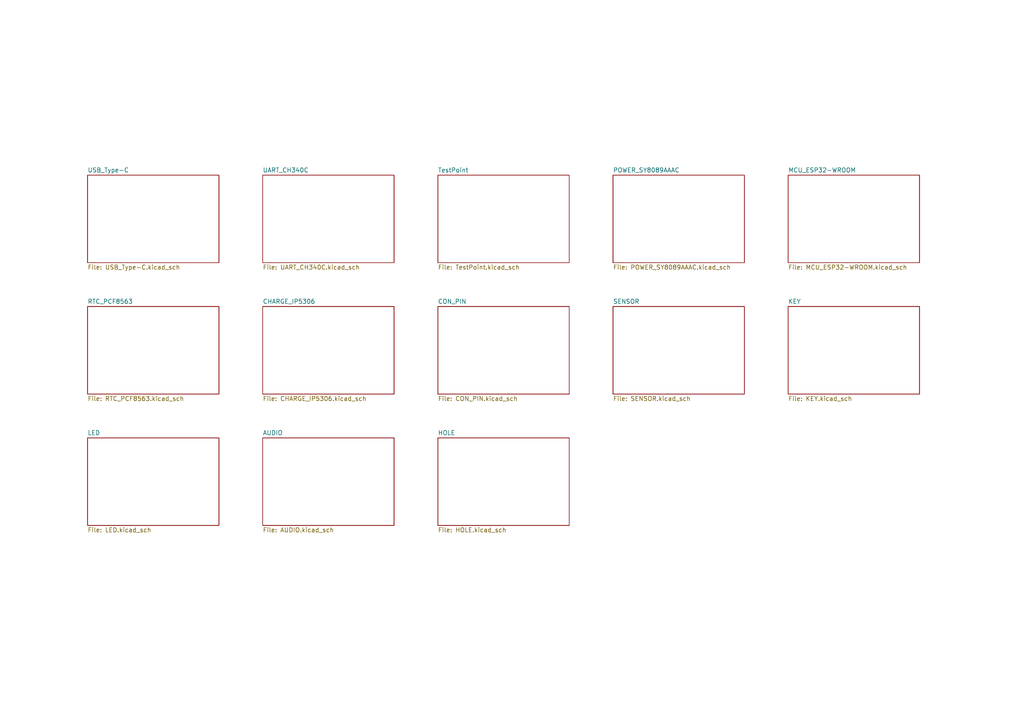
<source format=kicad_sch>
(kicad_sch (version 20230121) (generator eeschema)

  (uuid cceb3d39-99f1-4cc7-aa1d-f414cbebc8ea)

  (paper "A4")

  (title_block
    (title "ChronoVolt_Control")
    (date "2024-06-05")
    (rev "0.3")
    (company "Final Resolution")
  )

  (lib_symbols
  )


  (sheet (at 177.8 50.8) (size 38.1 25.4) (fields_autoplaced)
    (stroke (width 0.1524) (type solid))
    (fill (color 0 0 0 0.0000))
    (uuid 2c82cc8a-d941-4fe9-9aeb-579d54d6db01)
    (property "Sheetname" "POWER_SY8089AAAC" (at 177.8 50.0884 0)
      (effects (font (size 1.27 1.27)) (justify left bottom))
    )
    (property "Sheetfile" "POWER_SY8089AAAC.kicad_sch" (at 177.8 76.7846 0)
      (effects (font (size 1.27 1.27)) (justify left top))
    )
    (instances
      (project "ChronoVolt_Control"
        (path "/cceb3d39-99f1-4cc7-aa1d-f414cbebc8ea" (page "4"))
      )
    )
  )

  (sheet (at 25.4 50.8) (size 38.1 25.4) (fields_autoplaced)
    (stroke (width 0.1524) (type solid))
    (fill (color 0 0 0 0.0000))
    (uuid 3da81a5b-1441-43b1-be41-04d0e39b3554)
    (property "Sheetname" "USB_Type-C" (at 25.4 50.0884 0)
      (effects (font (size 1.27 1.27)) (justify left bottom))
    )
    (property "Sheetfile" "USB_Type-C.kicad_sch" (at 25.4 76.7846 0)
      (effects (font (size 1.27 1.27)) (justify left top))
    )
    (instances
      (project "ChronoVolt_Control"
        (path "/cceb3d39-99f1-4cc7-aa1d-f414cbebc8ea" (page "2"))
      )
    )
  )

  (sheet (at 76.2 127) (size 38.1 25.4) (fields_autoplaced)
    (stroke (width 0.1524) (type solid))
    (fill (color 0 0 0 0.0000))
    (uuid 3f55c0a7-9882-4f9a-8bc5-6a2cd49d37e3)
    (property "Sheetname" "AUDIO" (at 76.2 126.2884 0)
      (effects (font (size 1.27 1.27)) (justify left bottom))
    )
    (property "Sheetfile" "AUDIO.kicad_sch" (at 76.2 152.9846 0)
      (effects (font (size 1.27 1.27)) (justify left top))
    )
    (instances
      (project "ChronoVolt_Control"
        (path "/cceb3d39-99f1-4cc7-aa1d-f414cbebc8ea" (page "12"))
      )
    )
  )

  (sheet (at 127 50.8) (size 38.1 25.4) (fields_autoplaced)
    (stroke (width 0.1524) (type solid))
    (fill (color 0 0 0 0.0000))
    (uuid 3f8f4fb8-0000-4470-9a78-22eb5d7259c1)
    (property "Sheetname" "TestPoint" (at 127 50.0884 0)
      (effects (font (size 1.27 1.27)) (justify left bottom))
    )
    (property "Sheetfile" "TestPoint.kicad_sch" (at 127 76.7846 0)
      (effects (font (size 1.27 1.27)) (justify left top))
    )
    (instances
      (project "ChronoVolt_Control"
        (path "/cceb3d39-99f1-4cc7-aa1d-f414cbebc8ea" (page "6"))
      )
    )
  )

  (sheet (at 177.8 88.9) (size 38.1 25.4) (fields_autoplaced)
    (stroke (width 0.1524) (type solid))
    (fill (color 0 0 0 0.0000))
    (uuid 52f3fa97-f0ad-4da8-8868-02ee2574106a)
    (property "Sheetname" "SENSOR" (at 177.8 88.1884 0)
      (effects (font (size 1.27 1.27)) (justify left bottom))
    )
    (property "Sheetfile" "SENSOR.kicad_sch" (at 177.8 114.8846 0)
      (effects (font (size 1.27 1.27)) (justify left top))
    )
    (instances
      (project "ChronoVolt_Control"
        (path "/cceb3d39-99f1-4cc7-aa1d-f414cbebc8ea" (page "9"))
      )
    )
  )

  (sheet (at 228.6 50.8) (size 38.1 25.4) (fields_autoplaced)
    (stroke (width 0.1524) (type solid))
    (fill (color 0 0 0 0.0000))
    (uuid 53ce2852-a300-4813-82e6-0de13122df9f)
    (property "Sheetname" "MCU_ESP32-WROOM" (at 228.6 50.0884 0)
      (effects (font (size 1.27 1.27)) (justify left bottom))
    )
    (property "Sheetfile" "MCU_ESP32-WROOM.kicad_sch" (at 228.6 76.7846 0)
      (effects (font (size 1.27 1.27)) (justify left top))
    )
    (instances
      (project "ChronoVolt_Control"
        (path "/cceb3d39-99f1-4cc7-aa1d-f414cbebc8ea" (page "5"))
      )
    )
  )

  (sheet (at 25.4 127) (size 38.1 25.4) (fields_autoplaced)
    (stroke (width 0.1524) (type solid))
    (fill (color 0 0 0 0.0000))
    (uuid 55e07237-0444-4317-824a-6ddd5bba4a1f)
    (property "Sheetname" "LED" (at 25.4 126.2884 0)
      (effects (font (size 1.27 1.27)) (justify left bottom))
    )
    (property "Sheetfile" "LED.kicad_sch" (at 25.4 152.9846 0)
      (effects (font (size 1.27 1.27)) (justify left top))
    )
    (instances
      (project "ChronoVolt_Control"
        (path "/cceb3d39-99f1-4cc7-aa1d-f414cbebc8ea" (page "10"))
      )
    )
  )

  (sheet (at 228.6 88.9) (size 38.1 25.4) (fields_autoplaced)
    (stroke (width 0.1524) (type solid))
    (fill (color 0 0 0 0.0000))
    (uuid 8abcd0a2-67b8-4e2f-89b1-c04d6c17104c)
    (property "Sheetname" "KEY" (at 228.6 88.1884 0)
      (effects (font (size 1.27 1.27)) (justify left bottom))
    )
    (property "Sheetfile" "KEY.kicad_sch" (at 228.6 114.8846 0)
      (effects (font (size 1.27 1.27)) (justify left top))
    )
    (instances
      (project "ChronoVolt_Control"
        (path "/cceb3d39-99f1-4cc7-aa1d-f414cbebc8ea" (page "13"))
      )
    )
  )

  (sheet (at 76.2 50.8) (size 38.1 25.4) (fields_autoplaced)
    (stroke (width 0.1524) (type solid))
    (fill (color 0 0 0 0.0000))
    (uuid 999c5c21-5c80-44df-94eb-f849b60945ca)
    (property "Sheetname" "UART_CH340C" (at 76.2 50.0884 0)
      (effects (font (size 1.27 1.27)) (justify left bottom))
    )
    (property "Sheetfile" "UART_CH340C.kicad_sch" (at 76.2 76.7846 0)
      (effects (font (size 1.27 1.27)) (justify left top))
    )
    (instances
      (project "ChronoVolt_Control"
        (path "/cceb3d39-99f1-4cc7-aa1d-f414cbebc8ea" (page "3"))
      )
    )
  )

  (sheet (at 76.2 88.9) (size 38.1 25.4) (fields_autoplaced)
    (stroke (width 0.1524) (type solid))
    (fill (color 0 0 0 0.0000))
    (uuid a580061a-a1a9-4ffd-980e-7e30cdbca363)
    (property "Sheetname" "CHARGE_IP5306" (at 76.2 88.1884 0)
      (effects (font (size 1.27 1.27)) (justify left bottom))
    )
    (property "Sheetfile" "CHARGE_IP5306.kicad_sch" (at 76.2 114.8846 0)
      (effects (font (size 1.27 1.27)) (justify left top))
    )
    (instances
      (project "ChronoVolt_Control"
        (path "/cceb3d39-99f1-4cc7-aa1d-f414cbebc8ea" (page "8"))
      )
    )
  )

  (sheet (at 127 88.9) (size 38.1 25.4) (fields_autoplaced)
    (stroke (width 0.1524) (type solid))
    (fill (color 0 0 0 0.0000))
    (uuid defdb9b9-2fd5-4b10-9f5b-da5bb2e4a6b5)
    (property "Sheetname" "CON_PIN" (at 127 88.1884 0)
      (effects (font (size 1.27 1.27)) (justify left bottom))
    )
    (property "Sheetfile" "CON_PIN.kicad_sch" (at 127 114.8846 0)
      (effects (font (size 1.27 1.27)) (justify left top))
    )
    (instances
      (project "ChronoVolt_Control"
        (path "/cceb3d39-99f1-4cc7-aa1d-f414cbebc8ea" (page "12"))
      )
    )
  )

  (sheet (at 127 127) (size 38.1 25.4) (fields_autoplaced)
    (stroke (width 0.1524) (type solid))
    (fill (color 0 0 0 0.0000))
    (uuid f8938d1a-b9d5-4ef3-9b50-940da7807462)
    (property "Sheetname" "HOLE" (at 127 126.2884 0)
      (effects (font (size 1.27 1.27)) (justify left bottom))
    )
    (property "Sheetfile" "HOLE.kicad_sch" (at 127 152.9846 0)
      (effects (font (size 1.27 1.27)) (justify left top))
    )
    (instances
      (project "ChronoVolt_Control"
        (path "/cceb3d39-99f1-4cc7-aa1d-f414cbebc8ea" (page "14"))
      )
    )
  )

  (sheet (at 25.4 88.9) (size 38.1 25.4) (fields_autoplaced)
    (stroke (width 0.1524) (type solid))
    (fill (color 0 0 0 0.0000))
    (uuid fe95f184-f8c0-49a3-9a0b-ae7318652a9d)
    (property "Sheetname" "RTC_PCF8563" (at 25.4 88.1884 0)
      (effects (font (size 1.27 1.27)) (justify left bottom))
    )
    (property "Sheetfile" "RTC_PCF8563.kicad_sch" (at 25.4 114.8846 0)
      (effects (font (size 1.27 1.27)) (justify left top))
    )
    (instances
      (project "ChronoVolt_Control"
        (path "/cceb3d39-99f1-4cc7-aa1d-f414cbebc8ea" (page "7"))
      )
    )
  )

  (sheet_instances
    (path "/" (page "1"))
  )
)

</source>
